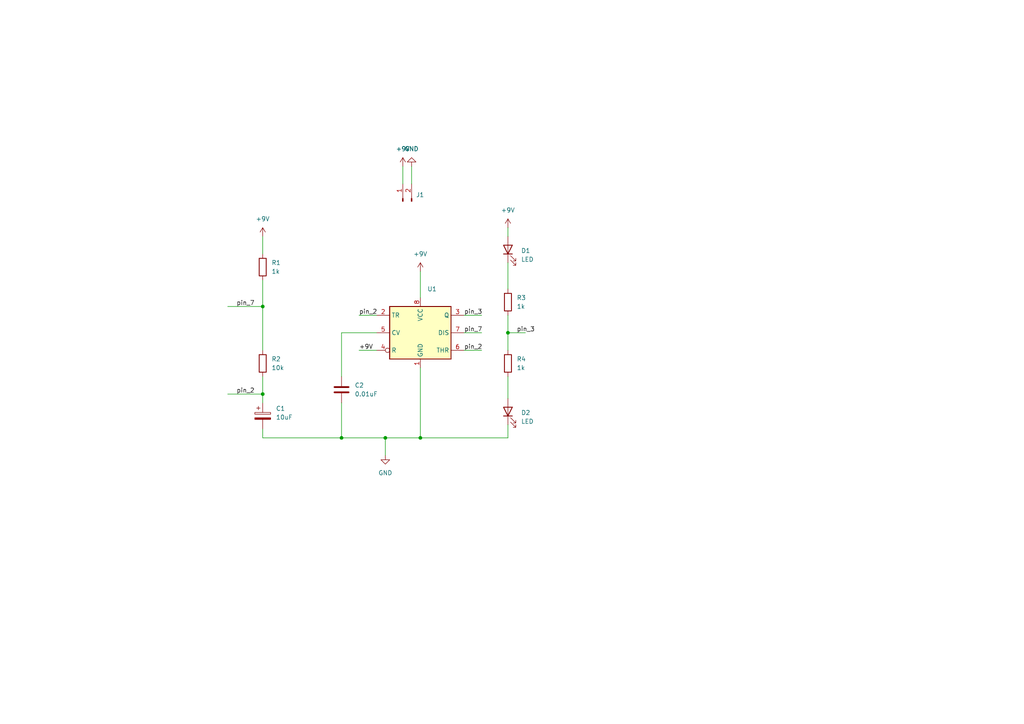
<source format=kicad_sch>
(kicad_sch (version 20211123) (generator eeschema)
  (paper "A4")
  (lib_symbols
    (symbol "Connector:Conn_01x02_Male" (pin_names (offset 1.016) hide)
      (property "Reference" "J" (at 0 2.54 0))
      (property "Value" "Conn_01x02_Male" (at 0 -5.08 0))
      (symbol "Conn_01x02_Male_1_1"
        (polyline (pts (xy 1.27 -2.54) (xy 0.8636 -2.54)) (stroke (width 0.1524)))
        (polyline (pts (xy 1.27 0) (xy 0.8636 0)) (stroke (width 0.1524)))
        (rectangle (start 0.8636 -2.413) (end 0 -2.667) (stroke (width 0.1524)) (fill (type outline)))
        (rectangle (start 0.8636 0.127) (end 0 -0.127) (stroke (width 0.1524)) (fill (type outline)))
        (pin passive line (at 5.08 0 180) (length 3.81) (name "Pin_1") (number "1"))
        (pin passive line (at 5.08 -2.54 180) (length 3.81) (name "Pin_2") (number "2"))
      )
    )
    (symbol "Device:C" (pin_numbers hide) (pin_names (offset 0.254))
      (property "Reference" "C" (at 0.635 2.54 0))
      (property "Value" "C" (at 0.635 -2.54 0))
      (symbol "C_0_1"
        (polyline (pts (xy -2.032 -0.762) (xy 2.032 -0.762)) (stroke (width 0.508)))
        (polyline (pts (xy -2.032 0.762) (xy 2.032 0.762)) (stroke (width 0.508)))
      )
      (symbol "C_1_1"
        (pin passive line (at 0 3.81 270) (length 2.794) (name "~") (number "1"))
        (pin passive line (at 0 -3.81 90) (length 2.794) (name "~") (number "2"))
      )
    )
    (symbol "Device:C_Polarized" (pin_numbers hide) (pin_names (offset 0.254))
      (property "Reference" "C" (at 0.635 2.54 0))
      (property "Value" "C_Polarized" (at 0.635 -2.54 0))
      (symbol "C_Polarized_0_1"
        (rectangle (start -2.286 0.508) (end 2.286 1.016))
        (polyline (pts (xy -1.778 2.286) (xy -0.762 2.286)))
        (polyline (pts (xy -1.27 2.794) (xy -1.27 1.778)))
        (rectangle (start 2.286 -0.508) (end -2.286 -1.016) (fill (type outline)))
      )
      (symbol "C_Polarized_1_1"
        (pin passive line (at 0 3.81 270) (length 2.794) (name "~") (number "1"))
        (pin passive line (at 0 -3.81 90) (length 2.794) (name "~") (number "2"))
      )
    )
    (symbol "Device:LED" (pin_numbers hide) (pin_names (offset 1.016) hide)
      (property "Reference" "D" (at 0 2.54 0))
      (property "Value" "LED" (at 0 -2.54 0))
      (symbol "LED_0_1"
        (polyline (pts (xy -1.27 -1.27) (xy -1.27 1.27)) (stroke (width 0.254)))
        (polyline (pts (xy -1.27 0) (xy 1.27 0)))
        (polyline (pts (xy 1.27 -1.27) (xy 1.27 1.27) (xy -1.27 0) (xy 1.27 -1.27)) (stroke (width 0.254)))
        (polyline (pts (xy -3.048 -0.762) (xy -4.572 -2.286) (xy -3.81 -2.286) (xy -4.572 -2.286) (xy -4.572 -1.524)))
        (polyline (pts (xy -1.778 -0.762) (xy -3.302 -2.286) (xy -2.54 -2.286) (xy -3.302 -2.286) (xy -3.302 -1.524)))
      )
      (symbol "LED_1_1"
        (pin passive line (at -3.81 0 0) (length 2.54) (name "K") (number "1"))
        (pin passive line (at 3.81 0 180) (length 2.54) (name "A") (number "2"))
      )
    )
    (symbol "Device:R" (pin_numbers hide) (pin_names (offset 0))
      (property "Reference" "R" (at 2.032 0 90))
      (property "Value" "R" (at 0 0 90))
      (symbol "R_0_1"
        (rectangle (start -1.016 -2.54) (end 1.016 2.54) (stroke (width 0.254)))
      )
      (symbol "R_1_1"
        (pin passive line (at 0 3.81 270) (length 1.27) (name "~") (number "1"))
        (pin passive line (at 0 -3.81 90) (length 1.27) (name "~") (number "2"))
      )
    )
    (symbol "Timer:NE555D"
      (property "Reference" "U" (at -10.16 8.89 0))
      (property "Value" "NE555D" (at 2.54 8.89 0))
      (symbol "NE555D_0_0"
        (pin power_in line (at 0 -10.16 90) (length 2.54) (name "GND") (number "1"))
        (pin power_in line (at 0 10.16 270) (length 2.54) (name "VCC") (number "8"))
      )
      (symbol "NE555D_0_1"
        (rectangle (start -8.89 -7.62) (end 8.89 7.62) (stroke (width 0.254)) (fill (type background)))
        (rectangle (start -8.89 -7.62) (end 8.89 7.62) (stroke (width 0.254)) (fill (type background)))
      )
      (symbol "NE555D_1_1"
        (pin input line (at -12.7 5.08 0) (length 3.81) (name "TR") (number "2"))
        (pin output line (at 12.7 5.08 180) (length 3.81) (name "Q") (number "3"))
        (pin input inverted (at -12.7 -5.08 0) (length 3.81) (name "R") (number "4"))
        (pin input line (at -12.7 0 0) (length 3.81) (name "CV") (number "5"))
        (pin input line (at 12.7 -5.08 180) (length 3.81) (name "THR") (number "6"))
        (pin input line (at 12.7 0 180) (length 3.81) (name "DIS") (number "7"))
      )
    )
    (symbol "power:+9V" (power) (pin_names (offset 0))
      (property "Value" "+9V" (at 0 3.556 0))
      (symbol "+9V_0_1"
        (polyline (pts (xy -0.762 1.27) (xy 0 2.54)))
        (polyline (pts (xy 0 0) (xy 0 2.54)))
        (polyline (pts (xy 0 2.54) (xy 0.762 1.27)))
      )
      (symbol "+9V_1_1"
        (pin power_in line (at 0 0 90) (length 0) hide (name "+9V") (number "1"))
      )
    )
    (symbol "power:GND" (power) (pin_names (offset 0))
      (property "Value" "GND" (at 0 -3.81 0))
      (symbol "GND_0_1"
        (polyline (pts (xy 0 0) (xy 0 -1.27) (xy 1.27 -1.27) (xy 0 -2.54) (xy -1.27 -1.27) (xy 0 -1.27)))
      )
      (symbol "GND_1_1"
        (pin power_in line (at 0 0 270) (length 0) hide (name "GND") (number "1"))
      )
    )
  )
  (junction (at 76.2 88.9))
  (junction (at 99.06 127))
  (junction (at 147.32 96.52))
  (junction (at 121.92 127))
  (junction (at 76.2 114.3))
  (junction (at 111.76 127))
  (wire (pts (xy 121.92 127) (xy 111.76 127)))
  (wire (pts (xy 104.14 91.44) (xy 109.22 91.44)))
  (wire (pts (xy 76.2 88.9) (xy 76.2 101.6)))
  (wire (pts (xy 76.2 127) (xy 99.06 127)))
  (wire (pts (xy 99.06 116.84) (xy 99.06 127)))
  (wire (pts (xy 147.32 76.2) (xy 147.32 83.82)))
  (wire (pts (xy 111.76 127) (xy 111.76 132.08)))
  (wire (pts (xy 147.32 91.44) (xy 147.32 96.52)))
  (wire (pts (xy 121.92 127) (xy 121.92 106.68)))
  (wire (pts (xy 134.62 91.44) (xy 139.7 91.44)))
  (wire (pts (xy 66.04 114.3) (xy 76.2 114.3)))
  (wire (pts (xy 66.04 88.9) (xy 76.2 88.9)))
  (wire (pts (xy 147.32 96.52) (xy 147.32 101.6)))
  (wire (pts (xy 76.2 109.22) (xy 76.2 114.3)))
  (wire (pts (xy 147.32 96.52) (xy 152.4 96.52)))
  (wire (pts (xy 104.14 101.6) (xy 109.22 101.6)))
  (wire (pts (xy 76.2 124.46) (xy 76.2 127)))
  (wire (pts (xy 134.62 101.6) (xy 139.7 101.6)))
  (wire (pts (xy 147.32 123.19) (xy 147.32 127)))
  (wire (pts (xy 119.38 48.26) (xy 119.38 53.34)))
  (wire (pts (xy 134.62 96.52) (xy 139.7 96.52)))
  (wire (pts (xy 76.2 81.28) (xy 76.2 88.9)))
  (wire (pts (xy 121.92 78.74) (xy 121.92 86.36)))
  (wire (pts (xy 147.32 109.22) (xy 147.32 115.57)))
  (wire (pts (xy 147.32 127) (xy 121.92 127)))
  (wire (pts (xy 76.2 114.3) (xy 76.2 116.84)))
  (wire (pts (xy 99.06 96.52) (xy 99.06 109.22)))
  (wire (pts (xy 109.22 96.52) (xy 99.06 96.52)))
  (wire (pts (xy 116.84 48.26) (xy 116.84 53.34)))
  (wire (pts (xy 76.2 68.58) (xy 76.2 73.66)))
  (wire (pts (xy 147.32 66.04) (xy 147.32 68.58)))
  (wire (pts (xy 111.76 127) (xy 99.06 127)))
  (label "pin_2" (at 104.14 91.44 0))
  (label "pin_3" (at 149.86 96.52 0))
  (label "pin_3" (at 134.62 91.44 0))
  (label "pin_7" (at 134.62 96.52 0))
  (label "pin_7" (at 68.58 88.9 0))
  (label "+9V" (at 104.14 101.6 0))
  (label "pin_2" (at 68.58 114.3 0))
  (label "pin_2" (at 134.62 101.6 0))
  (symbol (lib_id "Connector:Conn_01x02_Male") (at 116.84 58.42 90) (unit 1)
    (property "Reference" "J1" (at 120.65 56.5149 90) (effects (justify right)))
    (property "Value" "Conn_01x02_Male" (effects hide))
  )
  (symbol (lib_id "Device:LED") (at 147.32 119.38 90) (unit 1)
    (property "Reference" "D2" (at 151.13 119.6974 90) (effects (justify right)))
    (property "Value" "LED" (at 151.13 122.2374 90) (effects (justify right)))
  )
  (symbol (lib_id "Device:C") (at 99.06 113.03 0) (unit 1)
    (property "Reference" "C2" (at 102.87 111.7599 0) (effects (justify left)))
    (property "Value" "0.01uF" (at 102.87 114.2999 0) (effects (justify left)))
  )
  (symbol (lib_id "power:GND") (at 119.38 48.26 180) (unit 1)
    (property "Reference" "#PWR02" (effects hide))
    (property "Value" "GND" (at 119.38 43.18 0))
  )
  (symbol (lib_id "Device:C_Polarized") (at 76.2 120.65 0) (unit 1)
    (property "Reference" "C1" (at 80.01 118.4909 0) (effects (justify left)))
    (property "Value" "10uF" (at 80.01 121.0309 0) (effects (justify left)))
  )
  (symbol (lib_id "Device:R") (at 76.2 77.47 0) (unit 1)
    (property "Reference" "R1" (at 78.74 76.1999 0) (effects (justify left)))
    (property "Value" "1k" (at 78.74 78.7399 0) (effects (justify left)))
  )
  (symbol (lib_id "power:+9V") (at 116.84 48.26 0) (unit 1)
    (property "Reference" "#PWR01" (effects hide))
    (property "Value" "+9V" (at 116.84 43.18 0))
  )
  (symbol (lib_id "Device:R") (at 147.32 105.41 0) (unit 1)
    (property "Reference" "R4" (at 149.86 104.1399 0) (effects (justify left)))
    (property "Value" "1k" (at 149.86 106.6799 0) (effects (justify left)))
  )
  (symbol (lib_id "Timer:NE555D") (at 121.92 96.52 0) (unit 1)
    (property "Reference" "U1" (at 123.9394 83.82 0) (effects (justify left)))
    (property "Value" "NE555D" (effects hide))
    (property "Footprint" "Package_SO:SOIC-8_3.9x4.9mm_P1.27mm" (effects hide))
    (property "Datasheet" "http://www.ti.com/lit/ds/symlink/ne555.pdf" (effects hide))
  )
  (symbol (lib_id "power:+9V") (at 121.92 78.74 0) (unit 1)
    (property "Reference" "#PWR05" (effects hide))
    (property "Value" "+9V" (at 121.92 73.66 0))
  )
  (symbol (lib_id "Device:R") (at 147.32 87.63 0) (unit 1)
    (property "Reference" "R3" (at 149.86 86.3599 0) (effects (justify left)))
    (property "Value" "1k" (at 149.86 88.8999 0) (effects (justify left)))
  )
  (symbol (lib_id "power:+9V") (at 147.32 66.04 0) (unit 1)
    (property "Reference" "#PWR03" (effects hide))
    (property "Value" "+9V" (at 147.32 60.96 0))
  )
  (symbol (lib_id "power:GND") (at 111.76 132.08 0) (unit 1)
    (property "Reference" "#PWR06" (effects hide))
    (property "Value" "GND" (at 111.76 137.16 0))
  )
  (symbol (lib_id "Device:R") (at 76.2 105.41 0) (unit 1)
    (property "Reference" "R2" (at 78.74 104.1399 0) (effects (justify left)))
    (property "Value" "10k" (at 78.74 106.6799 0) (effects (justify left)))
  )
  (symbol (lib_id "Device:LED") (at 147.32 72.39 90) (unit 1)
    (property "Reference" "D1" (at 151.13 72.7074 90) (effects (justify right)))
    (property "Value" "LED" (at 151.13 75.2474 90) (effects (justify right)))
  )
  (symbol (lib_id "power:+9V") (at 76.2 68.58 0) (unit 1)
    (property "Reference" "#PWR04" (effects hide))
    (property "Value" "+9V" (at 76.2 63.5 0))
  )
)
</source>
